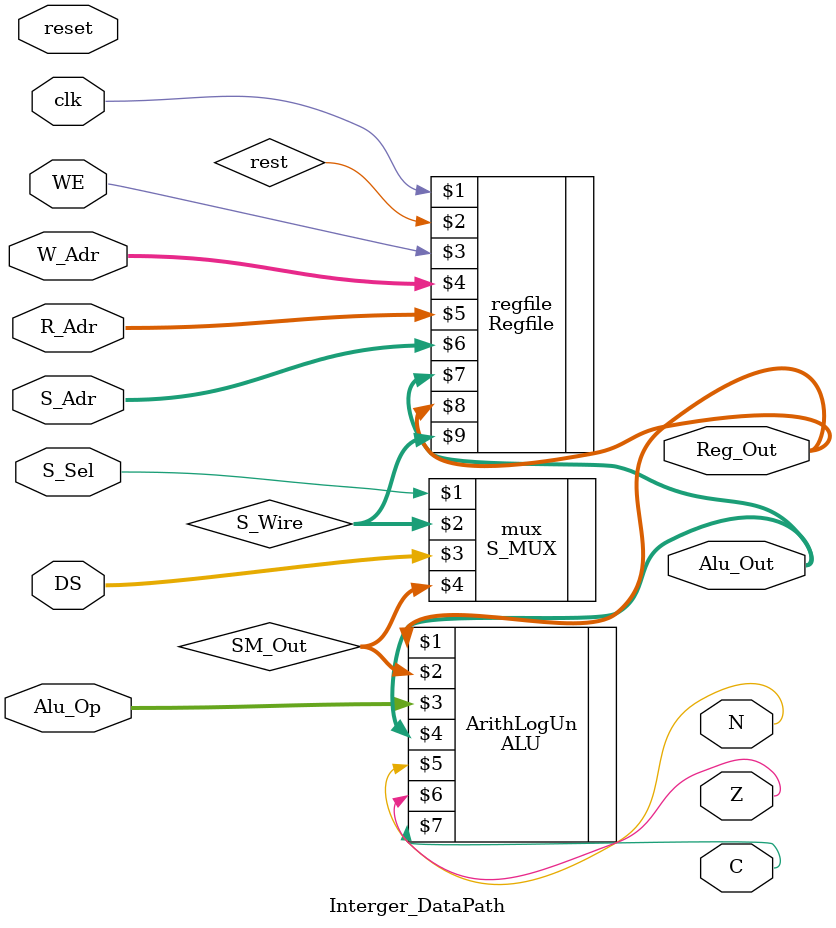
<source format=v>
`timescale 1ns / 1ps
/*************************************************************************************
*    File Name:     Integer_DataPath.v
*    Project:       Lab Project 6: Integer Data Path
*    Designers:     Houssem Eddin Loudhabachi and Jose Sotelo
*    Email:         jsotelo235@gmail.com and hloudhabachi@gmail.com
*    Rev. Date:     April 6, 2017
*
*    Purpose:
*    The purpose of this module is to create Integer DataPath by instantiating
*    the register file, S-Mux, and the ALU16 modules.
*
*    The register file instance used in this module is used to write & read contents
*    into the register file. When writing to the register file, the 16-bit data input WR
*    will come from the output of the ALU. to write to an address in the register fiele
*    we used the 3-bit W_Adr inputs. 
*
*    To read the contents inside of the register file, we used the 4-bit R_Adr to read 
*    and output the contents of the most significant bits. The 4-bit S_Adr is used to read 
*    and output the contents of the least significant bits. 
*
*    The purpose for the S-Mux is to multiplexed two input data lines S and DS depending
*    on the data selector S_Sel. The first input to the S-Mux comes from the 16-bit S output
*    of the register file. The 16-bit DS input is hardwired to hex value "AA55". Depending
*    which data selector S_Sel is inputed, the output of the S-Mux will be either S or DS.
*
*    The inputs of the ALU16 module come from the R output of the register file and the 
*    output of the S-Mux. The purpose for the ALU16 is to perform arithmetic and logic
*    operations. It represents one of the fundamental building blocks of a CPU. In our
*    ALU16, it performs 13 arithmetic operations on 16-bit integers. To perform these
*    13 operations, the user must input which operation to use into the 4-bit Alu_Op
*    inputs. The operations are:
*
*    1)  Pass S
*    2)  Pass R
*    3)  Increment S
*    4)  Decrement S
*    5)  Add
*    6)  Subtract
*    7)  Right shift S
*    8)  Left shift S
*    9)  Logic And
*    10) Logic Or
*    11) Logic XOR
*    12) Logic not S (1's complement)
*    13) Negate S    (2's complement)
*    Default: Pass S
*    
*    The ALU status flags represent the result operation that took place by representing the 
*    Y output signifying if there was a carry (C), if it's zero (Z) or if its negative (N). 
*
*    Notes:
 ******************************************************************************************/
module Interger_DataPath(clk,      reset,    WE,  W_Adr,    R_Adr, S_Adr, S_Sel, DS, Alu_Op,
					Reg_Out,  Alu_Out,  N,   Z,        C);
                         
     input                    clk, reset, WE, S_Sel;
     input          [2:0]     W_Adr, R_Adr, S_Adr;
     input          [3:0]     Alu_Op;
     input          [15:0]    DS;
     
     output                   N, Z, C;
     output wire    [15:0]    Reg_Out, Alu_Out;

     wire           [15:0]    S_Wire, SM_Out;

     //********************************
     //   Register File Instantiation
     //********************************
     //			(clk, reset,   we,  W_adr,    R_adr,    S_adr,    W,        R,        S);
     Regfile regfile(clk,rest,     WE,  W_Adr,    R_Adr,    S_Adr,    Alu_Out,  Reg_Out,  S_Wire);
     
     //********************************
     //   S_Mux Instantiation
     //********************************
     //      ( S_Sel,    S_in,     DS,  S_out );
     S_MUX mux(S_Sel,    S_Wire,   DS,  SM_Out);

     //***************************************
     //   Arithmetic-Logic-Unit Instantiation
     //***************************************
     //           ( R,        S,        ALU_Op,   Y,        N,   Z,   C );
     ALU ArithLogUn(Reg_Out,  SM_Out,   Alu_Op,   Alu_Out,  N,   Z,   C);
endmodule

</source>
